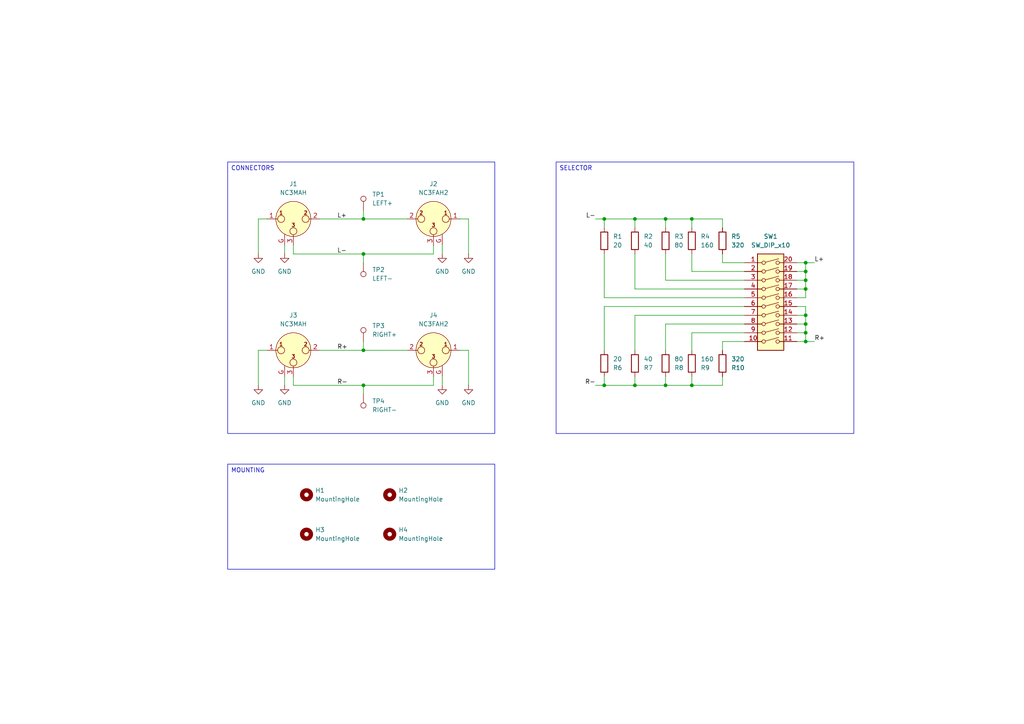
<source format=kicad_sch>
(kicad_sch (version 20250114) (generator "eeschema") (generator_version "9.0")
  (paper "A4")
  (title_block (title "LOAD XLR") (date "2025-06-16") (rev "1.0") (company "Chapuzas S.L."))
  (lib_symbols
    (symbol "Connector:TestPoint" (pin_numbers (hide yes)) (pin_names (offset 0.762) (hide yes))
      (property "Reference" "TP" (at 0 6.858 0))
      (property "Value" "TestPoint" (at 0 5.08 0))
      (symbol "TestPoint_0_1"
        (circle (center 0 3.302) (radius 0.762))
      )
      (symbol "TestPoint_1_1"
        (pin passive line (at 0 0 90) (length 2.54) (name "1") (number "1"))
      )
    )
    (symbol "Connector_Audio:NC3FAH2" (pin_names (hide yes))
      (property "Reference" "J" (at 0 8.89 0))
      (property "Value" "NC3FAH2" (at 0 6.35 0))
      (symbol "NC3FAH2_0_1"
        (polyline (pts (xy -5.08 0) (xy -4.572 0)))
        (circle (center -3.556 0) (radius 1.016))
        (polyline (pts (xy -2.54 -5.08) (xy -2.54 -4.445)))
        (circle (center 0 0) (radius 5.08) (fill (type background)))
        (circle (center 0 -3.556) (radius 1.016))
        (polyline (pts (xy 0 -5.08) (xy 0 -4.572)))
        (circle (center 3.556 0) (radius 1.016))
        (polyline (pts (xy 5.08 0) (xy 4.572 0)))
        (text "1" (at -3.556 1.778 0) (effects (font (size 1.016 1.016) (bold yes))))
        (text "3" (at 0 -1.778 0) (effects (font (size 1.016 1.016) (bold yes))))
        (text "2" (at 3.556 1.778 0) (effects (font (size 1.016 1.016) (bold yes))))
        (pin passive line (at -7.62 0 0) (length 2.54) (name "~") (number "1"))
        (pin passive line (at 0 -7.62 90) (length 2.54) (name "~") (number "3"))
        (pin passive line (at 7.62 0 180) (length 2.54) (name "~") (number "2"))
      )
      (symbol "NC3FAH2_1_1"
        (pin passive line (at -2.54 -7.62 90) (length 2.54) (name "~") (number "G"))
      )
    )
    (symbol "Connector_Audio:NC3MAH" (pin_names (hide yes))
      (property "Reference" "J" (at 0 8.89 0))
      (property "Value" "NC3MAH" (at 0 6.35 0))
      (symbol "NC3MAH_0_1"
        (polyline (pts (xy -5.08 0) (xy -4.572 0)))
        (circle (center -3.556 0) (radius 1.016))
        (polyline (pts (xy -2.54 -5.08) (xy -2.54 -4.445)))
        (circle (center 0 0) (radius 5.08) (fill (type background)))
        (circle (center 0 -3.556) (radius 1.016))
        (polyline (pts (xy 0 -5.08) (xy 0 -4.572)))
        (circle (center 3.556 0) (radius 1.016))
        (polyline (pts (xy 5.08 0) (xy 4.572 0)))
        (text "1" (at -3.556 1.778 0) (effects (font (size 1.016 1.016) (bold yes))))
        (text "3" (at 0 -1.778 0) (effects (font (size 1.016 1.016) (bold yes))))
        (text "2" (at 3.556 1.778 0) (effects (font (size 1.016 1.016) (bold yes))))
        (pin passive line (at -7.62 0 0) (length 2.54) (name "~") (number "1"))
        (pin passive line (at 0 -7.62 90) (length 2.54) (name "~") (number "3"))
        (pin passive line (at 7.62 0 180) (length 2.54) (name "~") (number "2"))
      )
      (symbol "NC3MAH_1_1"
        (pin passive line (at -2.54 -7.62 90) (length 2.54) (name "~") (number "G"))
      )
    )
    (symbol "Device:R" (pin_numbers (hide yes)) (pin_names (offset 0))
      (property "Reference" "R" (at 2.032 0 90))
      (property "Value" "R" (at 0 0 90))
      (symbol "R_0_1"
        (rectangle (start -1.016 -2.54) (end 1.016 2.54) (stroke (width 0.254)))
      )
      (symbol "R_1_1"
        (pin passive line (at 0 3.81 270) (length 1.27) (name "~") (number "1"))
        (pin passive line (at 0 -3.81 90) (length 1.27) (name "~") (number "2"))
      )
    )
    (symbol "Mechanical:MountingHole" (pin_names (offset 1.016)) (in_bom no)
      (property "Reference" "H" (at 0 5.08 0))
      (property "Value" "MountingHole" (at 0 3.175 0))
      (symbol "MountingHole_0_1"
        (circle (center 0 0) (radius 1.27) (stroke (width 1.27)))
      )
    )
    (symbol "Switch:SW_DIP_x10" (pin_names (offset 0) (hide yes))
      (property "Reference" "SW" (at 0 16.51 0))
      (property "Value" "SW_DIP_x10" (at 0 -13.97 0))
      (symbol "SW_DIP_x10_0_0"
        (circle (center -2.032 12.7) (radius 0.508))
        (circle (center -2.032 10.16) (radius 0.508))
        (circle (center -2.032 7.62) (radius 0.508))
        (circle (center -2.032 5.08) (radius 0.508))
        (circle (center -2.032 2.54) (radius 0.508))
        (circle (center -2.032 0) (radius 0.508))
        (circle (center -2.032 -2.54) (radius 0.508))
        (circle (center -2.032 -5.08) (radius 0.508))
        (circle (center -2.032 -7.62) (radius 0.508))
        (circle (center -2.032 -10.16) (radius 0.508))
        (polyline (pts (xy -1.524 12.827) (xy 2.3622 13.8684)))
        (polyline (pts (xy -1.524 10.287) (xy 2.3622 11.3284)))
        (polyline (pts (xy -1.524 7.747) (xy 2.3622 8.7884)))
        (polyline (pts (xy -1.524 5.207) (xy 2.3622 6.2484)))
        (polyline (pts (xy -1.524 2.667) (xy 2.3622 3.7084)))
        (polyline (pts (xy -1.524 0.127) (xy 2.3622 1.1684)))
        (polyline (pts (xy -1.524 -2.3876) (xy 2.3622 -1.3462)))
        (polyline (pts (xy -1.524 -4.9276) (xy 2.3622 -3.8862)))
        (polyline (pts (xy -1.524 -7.4676) (xy 2.3622 -6.4262)))
        (polyline (pts (xy -1.524 -10.0076) (xy 2.3622 -8.9662)))
        (circle (center 2.032 12.7) (radius 0.508))
        (circle (center 2.032 10.16) (radius 0.508))
        (circle (center 2.032 7.62) (radius 0.508))
        (circle (center 2.032 5.08) (radius 0.508))
        (circle (center 2.032 2.54) (radius 0.508))
        (circle (center 2.032 0) (radius 0.508))
        (circle (center 2.032 -2.54) (radius 0.508))
        (circle (center 2.032 -5.08) (radius 0.508))
        (circle (center 2.032 -7.62) (radius 0.508))
        (circle (center 2.032 -10.16) (radius 0.508))
      )
      (symbol "SW_DIP_x10_0_1"
        (rectangle (start -3.81 15.24) (end 3.81 -12.7) (stroke (width 0.254)) (fill (type background)))
      )
      (symbol "SW_DIP_x10_1_1"
        (pin passive line (at -7.62 12.7 0) (length 5.08) (name "~") (number "1"))
        (pin passive line (at -7.62 10.16 0) (length 5.08) (name "~") (number "2"))
        (pin passive line (at -7.62 7.62 0) (length 5.08) (name "~") (number "3"))
        (pin passive line (at -7.62 5.08 0) (length 5.08) (name "~") (number "4"))
        (pin passive line (at -7.62 2.54 0) (length 5.08) (name "~") (number "5"))
        (pin passive line (at -7.62 0 0) (length 5.08) (name "~") (number "6"))
        (pin passive line (at -7.62 -2.54 0) (length 5.08) (name "~") (number "7"))
        (pin passive line (at -7.62 -5.08 0) (length 5.08) (name "~") (number "8"))
        (pin passive line (at -7.62 -7.62 0) (length 5.08) (name "~") (number "9"))
        (pin passive line (at -7.62 -10.16 0) (length 5.08) (name "~") (number "10"))
        (pin passive line (at 7.62 12.7 180) (length 5.08) (name "~") (number "20"))
        (pin passive line (at 7.62 10.16 180) (length 5.08) (name "~") (number "19"))
        (pin passive line (at 7.62 7.62 180) (length 5.08) (name "~") (number "18"))
        (pin passive line (at 7.62 5.08 180) (length 5.08) (name "~") (number "17"))
        (pin passive line (at 7.62 2.54 180) (length 5.08) (name "~") (number "16"))
        (pin passive line (at 7.62 0 180) (length 5.08) (name "~") (number "15"))
        (pin passive line (at 7.62 -2.54 180) (length 5.08) (name "~") (number "14"))
        (pin passive line (at 7.62 -5.08 180) (length 5.08) (name "~") (number "13"))
        (pin passive line (at 7.62 -7.62 180) (length 5.08) (name "~") (number "12"))
        (pin passive line (at 7.62 -10.16 180) (length 5.08) (name "~") (number "11"))
      )
    )
    (symbol "power:GND" (power) (pin_numbers (hide yes)) (pin_names (offset 0) (hide yes))
      (property "Value" "GND" (at 0 -3.81 0))
      (symbol "GND_0_1"
        (polyline (pts (xy 0 0) (xy 0 -1.27) (xy 1.27 -1.27) (xy 0 -2.54) (xy -1.27 -1.27) (xy 0 -1.27)))
      )
      (symbol "GND_1_1"
        (pin power_in line (at 0 0 270) (length 0) (name "~") (number "1"))
      )
    )
  )
  (text_box "CONNECTORS" (at 66.04 46.99 0) (size 77.47 78.74) (margins 0.9525 0.9525 0.9525 0.9525) (effects (font (size 1.27 1.27)) (justify left top)))
  (text_box "MOUNTING" (at 66.04 134.62 0) (size 77.47 30.48) (margins 0.9525 0.9525 0.9525 0.9525) (effects (font (size 1.27 1.27)) (justify left top)))
  (text_box "SELECTOR" (at 161.29 46.99 0) (size 86.36 78.74) (margins 0.9525 0.9525 0.9525 0.9525) (effects (font (size 1.27 1.27)) (justify left top)))
  (junction (at 193.04 111.76))
  (junction (at 233.68 83.82))
  (junction (at 105.41 101.6))
  (junction (at 184.15 111.76))
  (junction (at 175.26 111.76))
  (junction (at 105.41 111.76))
  (junction (at 233.68 91.44))
  (junction (at 233.68 99.06))
  (junction (at 193.04 63.5))
  (junction (at 233.68 76.2))
  (junction (at 200.66 63.5))
  (junction (at 233.68 93.98))
  (junction (at 105.41 63.5))
  (junction (at 175.26 63.5))
  (junction (at 233.68 81.28))
  (junction (at 105.41 73.66))
  (junction (at 233.68 78.74))
  (junction (at 184.15 63.5))
  (junction (at 233.68 96.52))
  (junction (at 200.66 111.76))
  (wire (pts (xy 200.66 73.66) (xy 200.66 78.74)))
  (wire (pts (xy 209.55 101.6) (xy 209.55 99.06)))
  (wire (pts (xy 184.15 101.6) (xy 184.15 91.44)))
  (wire (pts (xy 200.66 111.76) (xy 200.66 109.22)))
  (wire (pts (xy 233.68 78.74) (xy 233.68 81.28)))
  (wire (pts (xy 184.15 111.76) (xy 184.15 109.22)))
  (wire (pts (xy 85.09 71.12) (xy 85.09 73.66)))
  (wire (pts (xy 175.26 88.9) (xy 175.26 101.6)))
  (wire (pts (xy 135.89 63.5) (xy 135.89 73.66)))
  (wire (pts (xy 233.68 99.06) (xy 231.14 99.06)))
  (wire (pts (xy 85.09 111.76) (xy 105.41 111.76)))
  (wire (pts (xy 231.14 91.44) (xy 233.68 91.44)))
  (wire (pts (xy 193.04 111.76) (xy 193.04 109.22)))
  (wire (pts (xy 233.68 96.52) (xy 233.68 99.06)))
  (wire (pts (xy 193.04 63.5) (xy 193.04 66.04)))
  (wire (pts (xy 231.14 93.98) (xy 233.68 93.98)))
  (wire (pts (xy 74.93 63.5) (xy 77.47 63.5)))
  (wire (pts (xy 209.55 99.06) (xy 215.9 99.06)))
  (wire (pts (xy 209.55 111.76) (xy 209.55 109.22)))
  (wire (pts (xy 128.27 109.22) (xy 128.27 111.76)))
  (wire (pts (xy 172.72 63.5) (xy 175.26 63.5)))
  (wire (pts (xy 233.68 93.98) (xy 233.68 96.52)))
  (wire (pts (xy 200.66 63.5) (xy 200.66 66.04)))
  (wire (pts (xy 74.93 111.76) (xy 74.93 101.6)))
  (wire (pts (xy 231.14 96.52) (xy 233.68 96.52)))
  (wire (pts (xy 175.26 109.22) (xy 175.26 111.76)))
  (wire (pts (xy 118.11 63.5) (xy 105.41 63.5)))
  (wire (pts (xy 105.41 76.2) (xy 105.41 73.66)))
  (wire (pts (xy 133.35 63.5) (xy 135.89 63.5)))
  (wire (pts (xy 128.27 71.12) (xy 128.27 73.66)))
  (wire (pts (xy 125.73 73.66) (xy 125.73 71.12)))
  (wire (pts (xy 85.09 109.22) (xy 85.09 111.76)))
  (wire (pts (xy 200.66 111.76) (xy 209.55 111.76)))
  (wire (pts (xy 233.68 86.36) (xy 231.14 86.36)))
  (wire (pts (xy 193.04 63.5) (xy 200.66 63.5)))
  (wire (pts (xy 193.04 101.6) (xy 193.04 93.98)))
  (wire (pts (xy 233.68 83.82) (xy 233.68 86.36)))
  (wire (pts (xy 105.41 111.76) (xy 125.73 111.76)))
  (wire (pts (xy 193.04 93.98) (xy 215.9 93.98)))
  (wire (pts (xy 215.9 88.9) (xy 175.26 88.9)))
  (wire (pts (xy 209.55 73.66) (xy 209.55 76.2)))
  (wire (pts (xy 200.66 63.5) (xy 209.55 63.5)))
  (wire (pts (xy 125.73 111.76) (xy 125.73 109.22)))
  (wire (pts (xy 105.41 60.96) (xy 105.41 63.5)))
  (wire (pts (xy 209.55 76.2) (xy 215.9 76.2)))
  (wire (pts (xy 74.93 101.6) (xy 77.47 101.6)))
  (wire (pts (xy 82.55 71.12) (xy 82.55 73.66)))
  (wire (pts (xy 175.26 66.04) (xy 175.26 63.5)))
  (wire (pts (xy 193.04 73.66) (xy 193.04 81.28)))
  (wire (pts (xy 82.55 109.22) (xy 82.55 111.76)))
  (wire (pts (xy 105.41 114.3) (xy 105.41 111.76)))
  (wire (pts (xy 193.04 81.28) (xy 215.9 81.28)))
  (wire (pts (xy 184.15 83.82) (xy 215.9 83.82)))
  (wire (pts (xy 233.68 76.2) (xy 233.68 78.74)))
  (wire (pts (xy 184.15 91.44) (xy 215.9 91.44)))
  (wire (pts (xy 233.68 91.44) (xy 233.68 93.98)))
  (wire (pts (xy 231.14 88.9) (xy 233.68 88.9)))
  (wire (pts (xy 233.68 88.9) (xy 233.68 91.44)))
  (wire (pts (xy 85.09 73.66) (xy 105.41 73.66)))
  (wire (pts (xy 105.41 73.66) (xy 125.73 73.66)))
  (wire (pts (xy 233.68 81.28) (xy 233.68 83.82)))
  (wire (pts (xy 105.41 101.6) (xy 92.71 101.6)))
  (wire (pts (xy 193.04 111.76) (xy 200.66 111.76)))
  (wire (pts (xy 105.41 99.06) (xy 105.41 101.6)))
  (wire (pts (xy 215.9 86.36) (xy 175.26 86.36)))
  (wire (pts (xy 233.68 99.06) (xy 236.22 99.06)))
  (wire (pts (xy 175.26 111.76) (xy 184.15 111.76)))
  (wire (pts (xy 231.14 76.2) (xy 233.68 76.2)))
  (wire (pts (xy 105.41 63.5) (xy 92.71 63.5)))
  (wire (pts (xy 200.66 78.74) (xy 215.9 78.74)))
  (wire (pts (xy 184.15 111.76) (xy 193.04 111.76)))
  (wire (pts (xy 184.15 73.66) (xy 184.15 83.82)))
  (wire (pts (xy 172.72 111.76) (xy 175.26 111.76)))
  (wire (pts (xy 184.15 63.5) (xy 193.04 63.5)))
  (wire (pts (xy 135.89 101.6) (xy 135.89 111.76)))
  (wire (pts (xy 118.11 101.6) (xy 105.41 101.6)))
  (wire (pts (xy 231.14 81.28) (xy 233.68 81.28)))
  (wire (pts (xy 231.14 78.74) (xy 233.68 78.74)))
  (wire (pts (xy 209.55 63.5) (xy 209.55 66.04)))
  (wire (pts (xy 184.15 63.5) (xy 184.15 66.04)))
  (wire (pts (xy 200.66 101.6) (xy 200.66 96.52)))
  (wire (pts (xy 175.26 86.36) (xy 175.26 73.66)))
  (wire (pts (xy 231.14 83.82) (xy 233.68 83.82)))
  (wire (pts (xy 74.93 73.66) (xy 74.93 63.5)))
  (wire (pts (xy 133.35 101.6) (xy 135.89 101.6)))
  (wire (pts (xy 200.66 96.52) (xy 215.9 96.52)))
  (wire (pts (xy 175.26 63.5) (xy 184.15 63.5)))
  (wire (pts (xy 233.68 76.2) (xy 236.22 76.2)))
  (label "L-" (at 172.72 63.5 180))
  (label "R-" (at 97.79 111.76 0))
  (label "L-" (at 97.79 73.66 0))
  (label "R+" (at 236.22 99.06 0))
  (label "L+" (at 236.22 76.2 0))
  (label "L+" (at 97.79 63.5 0))
  (label "R+" (at 97.79 101.6 0))
  (label "R-" (at 172.72 111.76 180))
  (symbol (lib_id "Connector_Audio:NC3MAH") (at 85.09 63.5 0) (unit 1)
    (property "Reference" "J1" (at 85.09 53.34 0))
    (property "Value" "NC3MAH" (at 85.09 55.88 0))
    (property "Footprint" "Custom_Parts:XLR_NEUTRIK_NC3MAH_HOR" (effects (hide yes)))
    (property "Datasheet" "https://www.neutrik.com/en/product/nc3mah" (effects (hide yes)))
    (property "Description" "A Series, 3 pole male XLR receptacle, grounding: separate ground contact to mating connector shell and front panel, horizontal PCB mount" (effects (hide yes)))
  )
  (symbol (lib_id "power:GND") (at 135.89 73.66 0) (unit 1)
    (property "Reference" "#PWR04" (effects (hide yes)))
    (property "Value" "GND" (at 135.89 78.74 0))
    (property "Description" "Power symbol creates a global label with name \"GND\" , ground" (effects (hide yes)))
  )
  (symbol (lib_id "power:GND") (at 128.27 111.76 0) (unit 1)
    (property "Reference" "#PWR07" (effects (hide yes)))
    (property "Value" "GND" (at 128.27 116.84 0))
    (property "Description" "Power symbol creates a global label with name \"GND\" , ground" (effects (hide yes)))
  )
  (symbol (lib_id "Mechanical:MountingHole") (at 113.03 143.51 0) (unit 1) (in_bom no)
    (property "Reference" "H2" (at 115.57 142.2399 0) (effects (justify left)))
    (property "Value" "MountingHole" (at 115.57 144.7799 0) (effects (justify left)))
    (property "Footprint" "MountingHole:MountingHole_3.2mm_M3" (effects (hide yes)))
    (property "Description" "Mounting Hole without connection" (effects (hide yes)))
  )
  (symbol (lib_id "power:GND") (at 135.89 111.76 0) (unit 1)
    (property "Reference" "#PWR08" (effects (hide yes)))
    (property "Value" "GND" (at 135.89 116.84 0))
    (property "Description" "Power symbol creates a global label with name \"GND\" , ground" (effects (hide yes)))
  )
  (symbol (lib_id "power:GND") (at 74.93 73.66 0) (unit 1)
    (property "Reference" "#PWR01" (effects (hide yes)))
    (property "Value" "GND" (at 74.93 78.74 0))
    (property "Description" "Power symbol creates a global label with name \"GND\" , ground" (effects (hide yes)))
  )
  (symbol (lib_id "Mechanical:MountingHole") (at 88.9 143.51 0) (unit 1) (in_bom no)
    (property "Reference" "H1" (at 91.44 142.2399 0) (effects (justify left)))
    (property "Value" "MountingHole" (at 91.44 144.7799 0) (effects (justify left)))
    (property "Footprint" "MountingHole:MountingHole_3.2mm_M3" (effects (hide yes)))
    (property "Description" "Mounting Hole without connection" (effects (hide yes)))
  )
  (symbol (lib_id "Connector_Audio:NC3FAH2") (at 125.73 63.5 0) (mirror y) (unit 1)
    (property "Reference" "J2" (at 125.73 53.34 0))
    (property "Value" "NC3FAH2" (at 125.73 55.88 0))
    (property "Footprint" "Custom_Parts:XLR_NEUTRIK_NC3FAH2_HOR" (effects (hide yes)))
    (property "Datasheet" "https://www.neutrik.com/en/product/nc3fah2" (effects (hide yes)))
    (property "Description" "A Series, 3 pole female XLR receptacle, grounding: separate ground contact to mating connector shell and front panel, horizontal PCB mount" (effects (hide yes)))
  )
  (symbol (lib_id "Connector:TestPoint") (at 105.41 60.96 0) (unit 1)
    (property "Reference" "TP1" (at 107.95 56.3879 0) (effects (justify left)))
    (property "Value" "LEFT+" (at 107.95 58.9279 0) (effects (justify left)))
    (property "Footprint" "Connector_Pin:Pin_D1.0mm_L10.0mm" (effects (hide yes)))
    (property "Description" "test point" (effects (hide yes)))
  )
  (symbol (lib_id "Connector:TestPoint") (at 105.41 99.06 0) (unit 1)
    (property "Reference" "TP3" (at 107.95 94.4879 0) (effects (justify left)))
    (property "Value" "RIGHT+" (at 107.95 97.0279 0) (effects (justify left)))
    (property "Footprint" "Connector_Pin:Pin_D1.0mm_L10.0mm" (effects (hide yes)))
    (property "Description" "test point" (effects (hide yes)))
  )
  (symbol (lib_id "Device:R") (at 184.15 105.41 0) (mirror x) (unit 1)
    (property "Reference" "R7" (at 186.69 106.6801 0) (effects (justify left)))
    (property "Value" "40" (at 186.69 104.1401 0) (effects (justify left)))
    (property "Footprint" "Resistor_SMD:R_2512_6332Metric" (effects (hide yes)))
    (property "Description" "Resistor" (effects (hide yes)))
  )
  (symbol (lib_id "Device:R") (at 209.55 105.41 0) (mirror y) (unit 1)
    (property "Reference" "R10" (at 212.09 106.6801 0) (effects (justify right)))
    (property "Value" "320" (at 212.09 104.1401 0) (effects (justify right)))
    (property "Footprint" "Resistor_SMD:R_2512_6332Metric" (effects (hide yes)))
    (property "Description" "Resistor" (effects (hide yes)))
  )
  (symbol (lib_id "Device:R") (at 200.66 69.85 180) (unit 1)
    (property "Reference" "R4" (at 203.2 68.5799 0) (effects (justify right)))
    (property "Value" "160" (at 203.2 71.1199 0) (effects (justify right)))
    (property "Footprint" "Resistor_SMD:R_2512_6332Metric" (effects (hide yes)))
    (property "Description" "Resistor" (effects (hide yes)))
  )
  (symbol (lib_id "Connector:TestPoint") (at 105.41 76.2 180) (unit 1)
    (property "Reference" "TP2" (at 107.95 78.2319 0) (effects (justify right)))
    (property "Value" "LEFT-" (at 107.95 80.7719 0) (effects (justify right)))
    (property "Footprint" "Connector_Pin:Pin_D1.0mm_L10.0mm" (effects (hide yes)))
    (property "Description" "test point" (effects (hide yes)))
  )
  (symbol (lib_id "power:GND") (at 82.55 111.76 0) (unit 1)
    (property "Reference" "#PWR06" (effects (hide yes)))
    (property "Value" "GND" (at 82.55 116.84 0))
    (property "Description" "Power symbol creates a global label with name \"GND\" , ground" (effects (hide yes)))
  )
  (symbol (lib_id "power:GND") (at 128.27 73.66 0) (unit 1)
    (property "Reference" "#PWR03" (effects (hide yes)))
    (property "Value" "GND" (at 128.27 78.74 0))
    (property "Description" "Power symbol creates a global label with name \"GND\" , ground" (effects (hide yes)))
  )
  (symbol (lib_id "Mechanical:MountingHole") (at 113.03 154.94 0) (unit 1) (in_bom no)
    (property "Reference" "H4" (at 115.57 153.6699 0) (effects (justify left)))
    (property "Value" "MountingHole" (at 115.57 156.2099 0) (effects (justify left)))
    (property "Footprint" "MountingHole:MountingHole_3.2mm_M3" (effects (hide yes)))
    (property "Description" "Mounting Hole without connection" (effects (hide yes)))
  )
  (symbol (lib_id "Device:R") (at 175.26 105.41 0) (mirror x) (unit 1)
    (property "Reference" "R6" (at 177.8 106.6801 0) (effects (justify left)))
    (property "Value" "20" (at 177.8 104.1401 0) (effects (justify left)))
    (property "Footprint" "Resistor_SMD:R_2512_6332Metric" (effects (hide yes)))
    (property "Description" "Resistor" (effects (hide yes)))
  )
  (symbol (lib_id "Device:R") (at 209.55 69.85 180) (unit 1)
    (property "Reference" "R5" (at 212.09 68.5799 0) (effects (justify right)))
    (property "Value" "320" (at 212.09 71.1199 0) (effects (justify right)))
    (property "Footprint" "Resistor_SMD:R_2512_6332Metric" (effects (hide yes)))
    (property "Description" "Resistor" (effects (hide yes)))
  )
  (symbol (lib_id "Device:R") (at 200.66 105.41 0) (mirror y) (unit 1)
    (property "Reference" "R9" (at 203.2 106.6801 0) (effects (justify right)))
    (property "Value" "160" (at 203.2 104.1401 0) (effects (justify right)))
    (property "Footprint" "Resistor_SMD:R_2512_6332Metric" (effects (hide yes)))
    (property "Description" "Resistor" (effects (hide yes)))
  )
  (symbol (lib_id "Connector_Audio:NC3FAH2") (at 125.73 101.6 0) (mirror y) (unit 1)
    (property "Reference" "J4" (at 125.73 91.44 0))
    (property "Value" "NC3FAH2" (at 125.73 93.98 0))
    (property "Footprint" "Custom_Parts:XLR_NEUTRIK_NC3FAH2_HOR" (effects (hide yes)))
    (property "Datasheet" "https://www.neutrik.com/en/product/nc3fah2" (effects (hide yes)))
    (property "Description" "A Series, 3 pole female XLR receptacle, grounding: separate ground contact to mating connector shell and front panel, horizontal PCB mount" (effects (hide yes)))
  )
  (symbol (lib_id "Connector:TestPoint") (at 105.41 114.3 180) (unit 1)
    (property "Reference" "TP4" (at 107.95 116.3319 0) (effects (justify right)))
    (property "Value" "RIGHT-" (at 107.95 118.8719 0) (effects (justify right)))
    (property "Footprint" "Connector_Pin:Pin_D1.0mm_L10.0mm" (effects (hide yes)))
    (property "Description" "test point" (effects (hide yes)))
  )
  (symbol (lib_id "Connector_Audio:NC3MAH") (at 85.09 101.6 0) (unit 1)
    (property "Reference" "J3" (at 85.09 91.44 0))
    (property "Value" "NC3MAH" (at 85.09 93.98 0))
    (property "Footprint" "Custom_Parts:XLR_NEUTRIK_NC3MAH_HOR" (effects (hide yes)))
    (property "Datasheet" "https://www.neutrik.com/en/product/nc3mah" (effects (hide yes)))
    (property "Description" "A Series, 3 pole male XLR receptacle, grounding: separate ground contact to mating connector shell and front panel, horizontal PCB mount" (effects (hide yes)))
  )
  (symbol (lib_id "power:GND") (at 82.55 73.66 0) (unit 1)
    (property "Reference" "#PWR02" (effects (hide yes)))
    (property "Value" "GND" (at 82.55 78.74 0))
    (property "Description" "Power symbol creates a global label with name \"GND\" , ground" (effects (hide yes)))
  )
  (symbol (lib_id "Device:R") (at 193.04 105.41 0) (mirror x) (unit 1)
    (property "Reference" "R8" (at 195.58 106.6801 0) (effects (justify left)))
    (property "Value" "80" (at 195.58 104.1401 0) (effects (justify left)))
    (property "Footprint" "Resistor_SMD:R_2512_6332Metric" (effects (hide yes)))
    (property "Description" "Resistor" (effects (hide yes)))
  )
  (symbol (lib_id "Mechanical:MountingHole") (at 88.9 154.94 0) (unit 1) (in_bom no)
    (property "Reference" "H3" (at 91.44 153.6699 0) (effects (justify left)))
    (property "Value" "MountingHole" (at 91.44 156.2099 0) (effects (justify left)))
    (property "Footprint" "MountingHole:MountingHole_3.2mm_M3" (effects (hide yes)))
    (property "Description" "Mounting Hole without connection" (effects (hide yes)))
  )
  (symbol (lib_id "Device:R") (at 175.26 69.85 0) (unit 1)
    (property "Reference" "R1" (at 177.8 68.5799 0) (effects (justify left)))
    (property "Value" "20" (at 177.8 71.1199 0) (effects (justify left)))
    (property "Footprint" "Resistor_SMD:R_2512_6332Metric" (effects (hide yes)))
    (property "Description" "Resistor" (effects (hide yes)))
  )
  (symbol (lib_id "Device:R") (at 184.15 69.85 0) (unit 1)
    (property "Reference" "R2" (at 186.69 68.5799 0) (effects (justify left)))
    (property "Value" "40" (at 186.69 71.1199 0) (effects (justify left)))
    (property "Footprint" "Resistor_SMD:R_2512_6332Metric" (effects (hide yes)))
    (property "Description" "Resistor" (effects (hide yes)))
  )
  (symbol (lib_id "power:GND") (at 74.93 111.76 0) (unit 1)
    (property "Reference" "#PWR05" (effects (hide yes)))
    (property "Value" "GND" (at 74.93 116.84 0))
    (property "Description" "Power symbol creates a global label with name \"GND\" , ground" (effects (hide yes)))
  )
  (symbol (lib_id "Device:R") (at 193.04 69.85 0) (unit 1)
    (property "Reference" "R3" (at 195.58 68.5799 0) (effects (justify left)))
    (property "Value" "80" (at 195.58 71.1199 0) (effects (justify left)))
    (property "Footprint" "Resistor_SMD:R_2512_6332Metric" (effects (hide yes)))
    (property "Description" "Resistor" (effects (hide yes)))
  )
  (symbol (lib_id "Switch:SW_DIP_x10") (at 223.52 88.9 0) (unit 1)
    (property "Reference" "SW1" (at 223.52 68.58 0))
    (property "Value" "SW_DIP_x10" (at 223.52 71.12 0))
    (property "Footprint" "Button_Switch_SMD:SW_DIP_SPSTx10_Slide_Copal_CHS-10B_W7.62mm_P1.27mm" (effects (hide yes)))
    (property "Description" "10x DIP Switch, Single Pole Single Throw (SPST) switch, small symbol" (effects (hide yes)))
  )
)
</source>
